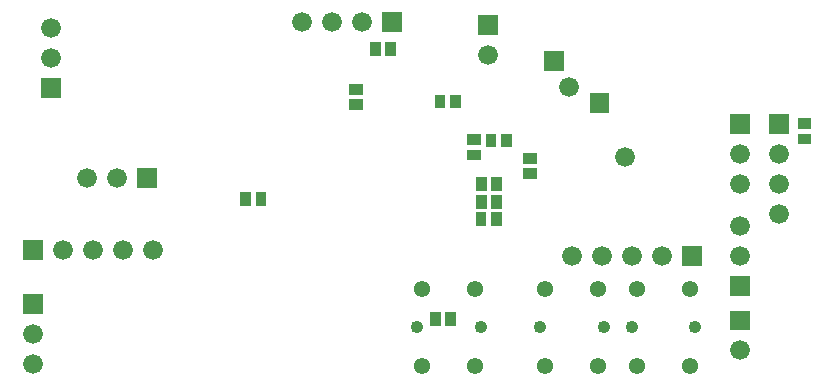
<source format=gbr>
G04 start of page 5 for group -4062 idx -4062 *
G04 Title: (unknown), soldermask *
G04 Creator: pcb 20091103 *
G04 CreationDate: Tue 04 Jan 2011 15:16:32 GMT UTC *
G04 For: thomas *
G04 Format: Gerber/RS-274X *
G04 PCB-Dimensions: 285430 157480 *
G04 PCB-Coordinate-Origin: lower left *
%MOIN*%
%FSLAX25Y25*%
%LNBACKMASK*%
%ADD15C,0.0200*%
%ADD44C,0.0425*%
%ADD45C,0.0544*%
%ADD46C,0.0660*%
%ADD47R,0.0355X0.0355*%
G54D44*X193992Y35295D03*
X215252D03*
G54D45*X213480Y22500D03*
Y48090D03*
X195764Y22500D03*
Y48090D03*
G54D15*G36*
X257464Y40890D02*Y34290D01*
X264064D01*
Y40890D01*
X257464D01*
G37*
G36*
X241464Y62390D02*Y55790D01*
X248064D01*
Y62390D01*
X241464D01*
G37*
G54D44*X245882Y35295D03*
G54D45*X244110Y48090D03*
G54D46*X260764Y27590D03*
X234764Y59090D03*
X224764D03*
X214764D03*
X204764D03*
G54D44*X224622Y35295D03*
G54D45*X226394Y48090D03*
X244110Y22500D03*
X226394D03*
G54D46*X176764Y126090D03*
G54D15*G36*
X195464Y127390D02*Y120790D01*
X202064D01*
Y127390D01*
X195464D01*
G37*
G36*
X141464Y140390D02*Y133790D01*
X148064D01*
Y140390D01*
X141464D01*
G37*
G54D46*X134764Y137090D03*
X124764D03*
X114764D03*
G54D15*G36*
X173464Y139390D02*Y132790D01*
X180064D01*
Y139390D01*
X173464D01*
G37*
G36*
X59668Y88390D02*Y81790D01*
X66268D01*
Y88390D01*
X59668D01*
G37*
G54D46*X52968Y85090D03*
X42968D03*
G54D15*G36*
X27668Y118390D02*Y111790D01*
X34268D01*
Y118390D01*
X27668D01*
G37*
G54D46*X30968Y125090D03*
Y135090D03*
X203765Y115431D03*
G54D15*G36*
X210596Y113484D02*Y106884D01*
X217196D01*
Y113484D01*
X210596D01*
G37*
G36*
X270464Y106390D02*Y99790D01*
X277064D01*
Y106390D01*
X270464D01*
G37*
G36*
X257464D02*Y99790D01*
X264064D01*
Y106390D01*
X257464D01*
G37*
G54D46*X222349Y92058D03*
X273764Y93090D03*
Y83090D03*
X260764Y93090D03*
Y83090D03*
X273764Y73090D03*
G54D15*G36*
X257464Y52390D02*Y45790D01*
X264064D01*
Y52390D01*
X257464D01*
G37*
G54D46*X260764Y59090D03*
Y69090D03*
G54D44*X152992Y35295D03*
G54D46*X24968Y33090D03*
G54D44*X174252Y35295D03*
G54D45*X172480Y22500D03*
Y48090D03*
X154764Y22500D03*
G54D46*X24968Y23090D03*
G54D45*X154764Y48090D03*
G54D15*G36*
X21668Y46390D02*Y39790D01*
X28268D01*
Y46390D01*
X21668D01*
G37*
G36*
Y64390D02*Y57790D01*
X28268D01*
Y64390D01*
X21668D01*
G37*
G54D46*X34968Y61090D03*
X44968D03*
X54968D03*
X64968D03*
G54D47*X165882Y111090D02*Y110106D01*
X160764Y111090D02*Y110106D01*
X132272Y109531D02*X133256D01*
X132272Y114649D02*X133256D01*
X144323Y128582D02*Y127598D01*
X139205Y128582D02*Y127598D01*
X171516Y97846D02*X172500D01*
X171516Y92728D02*X172500D01*
X177764Y98106D02*Y97122D01*
X182882Y98106D02*Y97122D01*
X190272Y86531D02*X191256D01*
X190272Y91649D02*X191256D01*
X174500Y77480D02*Y76496D01*
X179618Y77480D02*Y76496D01*
Y83464D02*Y82480D01*
X174500Y83464D02*Y82480D01*
X179500Y71980D02*Y70996D01*
X174382Y71980D02*Y70996D01*
X164323Y38582D02*Y37598D01*
X159205Y38582D02*Y37598D01*
X281796Y103208D02*X282780D01*
X281796Y98090D02*X282780D01*
X96000Y78464D02*Y77480D01*
X101118Y78464D02*Y77480D01*
M02*

</source>
